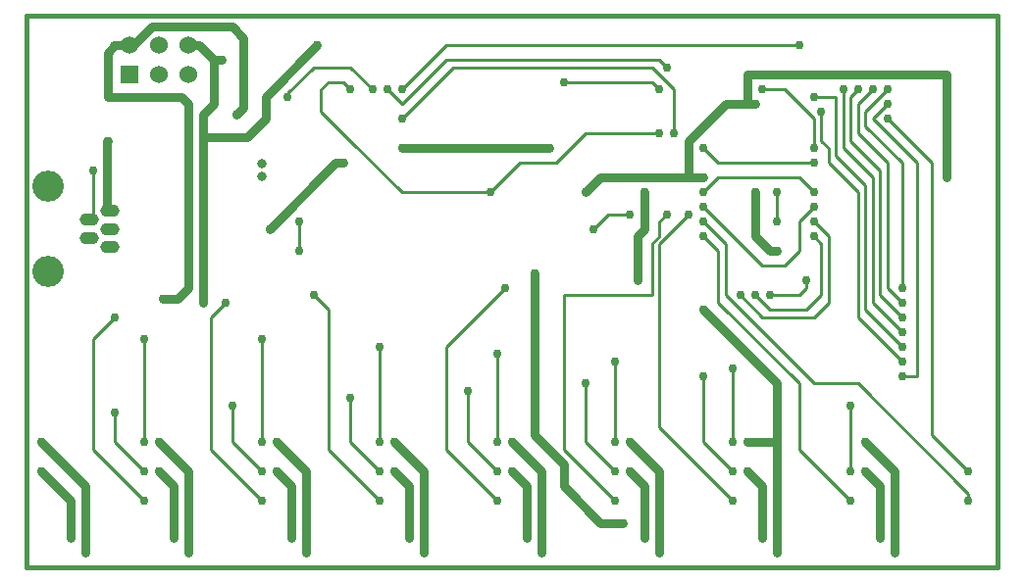
<source format=gbl>
G04 (created by PCBNEW-RS274X (2010-03-14)-final) date Tue 28 Sep 2010 03:27:07 PM CDT*
G01*
G70*
G90*
%MOIN*%
G04 Gerber Fmt 3.4, Leading zero omitted, Abs format*
%FSLAX34Y34*%
G04 APERTURE LIST*
%ADD10C,0.001000*%
%ADD11C,0.015000*%
%ADD12C,0.031500*%
%ADD13R,0.060000X0.060000*%
%ADD14C,0.060000*%
%ADD15O,0.106300X0.106300*%
%ADD16O,0.065000X0.043300*%
%ADD17C,0.030000*%
%ADD18C,0.010000*%
%ADD19C,0.030000*%
G04 APERTURE END LIST*
G54D10*
G54D11*
X44000Y-50750D02*
X77000Y-50750D01*
X77000Y-32000D02*
X44000Y-32000D01*
X44000Y-50750D02*
X44000Y-32000D01*
X77000Y-50750D02*
X77000Y-32000D01*
G54D12*
X52000Y-37033D03*
X52000Y-37467D03*
G54D13*
X47500Y-34000D03*
G54D14*
X47500Y-33000D03*
X48500Y-34000D03*
X48500Y-33000D03*
X49500Y-34000D03*
X49500Y-33000D03*
G54D15*
X44734Y-37813D03*
G54D16*
X46142Y-38935D03*
X46142Y-39565D03*
X46830Y-39880D03*
X46830Y-39250D03*
X46830Y-38620D03*
G54D15*
X44734Y-40687D03*
G54D17*
X70250Y-33000D03*
X56750Y-34500D03*
X65750Y-33750D03*
X56250Y-34500D03*
X70750Y-38000D03*
X67000Y-38000D03*
X56750Y-35500D03*
X66000Y-36000D03*
X55750Y-34500D03*
X52875Y-34750D03*
X67000Y-38500D03*
X70750Y-38500D03*
X65500Y-36000D03*
X55000Y-34500D03*
X59750Y-38000D03*
X61250Y-40750D03*
X64250Y-49250D03*
X73000Y-49750D03*
X72500Y-47500D03*
X69000Y-49750D03*
X68500Y-47500D03*
X65000Y-49750D03*
X64500Y-47500D03*
X61000Y-49750D03*
X60500Y-47500D03*
X57000Y-49750D03*
X56500Y-47500D03*
X53000Y-49750D03*
X52500Y-47500D03*
X49000Y-49750D03*
X48500Y-47500D03*
X45500Y-49750D03*
X44500Y-47500D03*
X68500Y-46500D03*
X67000Y-42000D03*
X73500Y-50250D03*
X72500Y-46500D03*
X69500Y-50250D03*
X65500Y-50250D03*
X64500Y-46500D03*
X61500Y-50250D03*
X60500Y-46500D03*
X57500Y-50250D03*
X56500Y-46500D03*
X53500Y-50250D03*
X52500Y-46500D03*
X49500Y-50250D03*
X48500Y-46500D03*
X44500Y-46500D03*
X46000Y-50250D03*
X50000Y-37750D03*
X68750Y-38000D03*
X69500Y-40000D03*
X64750Y-41000D03*
X65000Y-38000D03*
X53875Y-33000D03*
X50625Y-33500D03*
X54750Y-37000D03*
X52250Y-39250D03*
X50000Y-41750D03*
X46250Y-37250D03*
X53250Y-39000D03*
X53250Y-40000D03*
X46750Y-36250D03*
X64000Y-48500D03*
X65750Y-38750D03*
X70750Y-39500D03*
X68750Y-41500D03*
X52000Y-46500D03*
X52000Y-43000D03*
X60000Y-46500D03*
X60000Y-43500D03*
X68000Y-44000D03*
X68000Y-46500D03*
X64000Y-46500D03*
X64000Y-43750D03*
X70500Y-41000D03*
X69250Y-41500D03*
X56000Y-46500D03*
X56000Y-43250D03*
X70750Y-39000D03*
X68250Y-41500D03*
X48000Y-46500D03*
X48000Y-43000D03*
X60250Y-41250D03*
X60000Y-48500D03*
X53750Y-41500D03*
X56000Y-48500D03*
X50750Y-41750D03*
X52000Y-48500D03*
X48000Y-48500D03*
X47000Y-42250D03*
X63250Y-39250D03*
X64500Y-38750D03*
X62250Y-34250D03*
X65500Y-34500D03*
X67000Y-36500D03*
X70750Y-37000D03*
X70750Y-36500D03*
X69000Y-34500D03*
X68000Y-47500D03*
X67000Y-44250D03*
X73250Y-34500D03*
X73750Y-41250D03*
X64000Y-47500D03*
X63000Y-44500D03*
X73750Y-41750D03*
X72750Y-34500D03*
X67000Y-39500D03*
X72000Y-48500D03*
X76000Y-48500D03*
X67000Y-39000D03*
X68000Y-48500D03*
X66500Y-38750D03*
X69500Y-38000D03*
X69500Y-39000D03*
X48000Y-47500D03*
X47000Y-45500D03*
X71000Y-35250D03*
X73750Y-43750D03*
X70750Y-34750D03*
X73750Y-43250D03*
X51000Y-45250D03*
X52000Y-47500D03*
X60000Y-47500D03*
X59000Y-44750D03*
X73750Y-42250D03*
X72250Y-34500D03*
X71750Y-34500D03*
X73750Y-42750D03*
X56000Y-47500D03*
X55000Y-45000D03*
X73250Y-35000D03*
X72000Y-45250D03*
X72000Y-47500D03*
X73750Y-44250D03*
X73250Y-35500D03*
X76000Y-47500D03*
X49500Y-35000D03*
X75250Y-37500D03*
X68750Y-35000D03*
X63000Y-38000D03*
X67000Y-37500D03*
X61750Y-36500D03*
X49500Y-39000D03*
X48625Y-41625D03*
X58750Y-36500D03*
X56750Y-36500D03*
X59750Y-36500D03*
X57750Y-36500D03*
X51375Y-32750D03*
X51125Y-35375D03*
G54D18*
X58250Y-33000D02*
X56750Y-34500D01*
X70250Y-33000D02*
X62250Y-33000D01*
X62250Y-33000D02*
X58250Y-33000D01*
X65500Y-33500D02*
X58250Y-33500D01*
X65750Y-33750D02*
X65500Y-33500D01*
X58250Y-33500D02*
X56750Y-35000D01*
X56750Y-35000D02*
X56250Y-34500D01*
X70750Y-38000D02*
X70250Y-37500D01*
X67500Y-37500D02*
X67000Y-38000D01*
X70250Y-37500D02*
X67500Y-37500D01*
X66000Y-34500D02*
X66000Y-36000D01*
X58500Y-33750D02*
X65250Y-33750D01*
X56750Y-35500D02*
X58500Y-33750D01*
X66000Y-34500D02*
X65250Y-33750D01*
X52875Y-34750D02*
X52875Y-34625D01*
X55000Y-33750D02*
X55750Y-34500D01*
X53750Y-33750D02*
X55000Y-33750D01*
X52875Y-34625D02*
X53750Y-33750D01*
X67500Y-39000D02*
X69000Y-40500D01*
X70250Y-39000D02*
X70750Y-38500D01*
X67500Y-39000D02*
X67000Y-38500D01*
X70250Y-40000D02*
X70250Y-39000D01*
X69750Y-40500D02*
X70250Y-40000D01*
X69000Y-40500D02*
X69750Y-40500D01*
X60750Y-37000D02*
X62000Y-37000D01*
X60750Y-37000D02*
X59750Y-38000D01*
X63000Y-36000D02*
X65500Y-36000D01*
X62000Y-37000D02*
X63000Y-36000D01*
X55000Y-36250D02*
X54000Y-35250D01*
X55000Y-36250D02*
X56750Y-38000D01*
X56750Y-38000D02*
X59750Y-38000D01*
X54750Y-34250D02*
X55000Y-34500D01*
X54250Y-34250D02*
X54750Y-34250D01*
X54000Y-34500D02*
X54250Y-34250D01*
X54000Y-35250D02*
X54000Y-34500D01*
G54D19*
X64250Y-49250D02*
X63500Y-49250D01*
X62250Y-47500D02*
X62250Y-48000D01*
X62250Y-48000D02*
X63500Y-49250D01*
X62250Y-47250D02*
X62250Y-47500D01*
X61250Y-46250D02*
X62250Y-47250D01*
X61250Y-40750D02*
X61250Y-46250D01*
X73000Y-49750D02*
X73000Y-48000D01*
X72500Y-47500D02*
X73000Y-48000D01*
X69000Y-48000D02*
X69000Y-49750D01*
X68500Y-47500D02*
X69000Y-48000D01*
X65000Y-48000D02*
X65000Y-49750D01*
X64500Y-47500D02*
X65000Y-48000D01*
X61000Y-48000D02*
X61000Y-49750D01*
X60500Y-47500D02*
X61000Y-48000D01*
X57000Y-48000D02*
X57000Y-49750D01*
X56500Y-47500D02*
X57000Y-48000D01*
X53000Y-48000D02*
X53000Y-49750D01*
X52500Y-47500D02*
X53000Y-48000D01*
X49000Y-48000D02*
X49000Y-49750D01*
X48500Y-47500D02*
X49000Y-48000D01*
X45500Y-48500D02*
X45500Y-49750D01*
X44500Y-47500D02*
X45500Y-48500D01*
X69500Y-46500D02*
X68500Y-46500D01*
X69500Y-44500D02*
X69500Y-46500D01*
X69500Y-46500D02*
X69500Y-47500D01*
X67000Y-42000D02*
X69500Y-44500D01*
X73500Y-47500D02*
X73500Y-50250D01*
X72500Y-46500D02*
X73500Y-47500D01*
X69500Y-47500D02*
X69500Y-50250D01*
X65500Y-47500D02*
X65500Y-50250D01*
X64500Y-46500D02*
X65500Y-47500D01*
X61500Y-47500D02*
X61500Y-50250D01*
X60500Y-46500D02*
X61500Y-47500D01*
X57500Y-47500D02*
X57500Y-50250D01*
X56500Y-46500D02*
X57500Y-47500D01*
X53500Y-47500D02*
X53500Y-50250D01*
X52500Y-46500D02*
X53500Y-47500D01*
X49500Y-47500D02*
X49500Y-50250D01*
X48500Y-46500D02*
X49500Y-47500D01*
X44500Y-46500D02*
X46000Y-48000D01*
X46000Y-48000D02*
X46000Y-50250D01*
X68750Y-38000D02*
X68750Y-39500D01*
X69250Y-40000D02*
X69500Y-40000D01*
X68750Y-39500D02*
X69250Y-40000D01*
X64750Y-41000D02*
X64750Y-39500D01*
X65000Y-39250D02*
X65000Y-38000D01*
X64750Y-39500D02*
X65000Y-39250D01*
X51500Y-36125D02*
X50000Y-36125D01*
X52125Y-35500D02*
X51500Y-36125D01*
X52125Y-34750D02*
X52125Y-35500D01*
X53875Y-33000D02*
X52125Y-34750D01*
X50375Y-33500D02*
X50625Y-33500D01*
X50375Y-33750D02*
X50375Y-35000D01*
X50375Y-33750D02*
X50375Y-33500D01*
X50375Y-35000D02*
X50000Y-35375D01*
X50000Y-35375D02*
X50000Y-36125D01*
X50000Y-36125D02*
X50000Y-37750D01*
X49875Y-33000D02*
X49500Y-33000D01*
X50375Y-33500D02*
X49875Y-33000D01*
X52250Y-39250D02*
X54500Y-37000D01*
X54500Y-37000D02*
X54750Y-37000D01*
X50000Y-41750D02*
X50000Y-39500D01*
X50000Y-39500D02*
X50000Y-37750D01*
G54D18*
X46250Y-37250D02*
X46250Y-38935D01*
X53250Y-39000D02*
X53250Y-40000D01*
G54D19*
X46722Y-38620D02*
X46722Y-36278D01*
X46722Y-36278D02*
X46750Y-36250D01*
G54D18*
X62250Y-46750D02*
X62250Y-41500D01*
X64000Y-48500D02*
X62250Y-46750D01*
X65250Y-41500D02*
X62250Y-41500D01*
X65250Y-39750D02*
X65250Y-41500D01*
X65500Y-39500D02*
X65250Y-39750D01*
X65500Y-39000D02*
X65500Y-39500D01*
X65750Y-38750D02*
X65500Y-39000D01*
X52000Y-46500D02*
X52000Y-43000D01*
X70750Y-39500D02*
X71000Y-39750D01*
X71000Y-41500D02*
X70500Y-42000D01*
X70500Y-42000D02*
X69250Y-42000D01*
X69250Y-42000D02*
X68750Y-41500D01*
X71000Y-39750D02*
X71000Y-41500D01*
X60000Y-46500D02*
X60000Y-43500D01*
X68000Y-46500D02*
X68000Y-44000D01*
X64000Y-46500D02*
X64000Y-43750D01*
X56000Y-43250D02*
X56000Y-46500D01*
X70500Y-41250D02*
X70250Y-41500D01*
X70250Y-41500D02*
X69250Y-41500D01*
X70500Y-41000D02*
X70500Y-41250D01*
X48000Y-43000D02*
X48000Y-46500D01*
X71250Y-39500D02*
X70750Y-39000D01*
X68250Y-41500D02*
X69000Y-42250D01*
X69000Y-42250D02*
X70750Y-42250D01*
X70750Y-42250D02*
X71250Y-41750D01*
X71250Y-39500D02*
X71250Y-41750D01*
X58250Y-46750D02*
X58250Y-43250D01*
X60250Y-41250D02*
X58250Y-43250D01*
X58250Y-46750D02*
X60000Y-48500D01*
X54250Y-46750D02*
X54250Y-42250D01*
X53750Y-41500D02*
X54250Y-42000D01*
X54250Y-46750D02*
X56000Y-48500D01*
X54250Y-42250D02*
X54250Y-42000D01*
X50250Y-42250D02*
X50250Y-46750D01*
X50750Y-41750D02*
X50250Y-42250D01*
X50250Y-46750D02*
X52000Y-48500D01*
X46250Y-43000D02*
X46250Y-46750D01*
X46250Y-46750D02*
X48000Y-48500D01*
X47000Y-42250D02*
X46250Y-43000D01*
X63750Y-38750D02*
X64500Y-38750D01*
X63250Y-39250D02*
X63750Y-38750D01*
X62250Y-34250D02*
X65250Y-34250D01*
X65250Y-34250D02*
X65500Y-34500D01*
X67500Y-37000D02*
X67000Y-36500D01*
X70750Y-37000D02*
X67500Y-37000D01*
X69750Y-34500D02*
X70750Y-35500D01*
X70750Y-35500D02*
X70750Y-36500D01*
X69000Y-34500D02*
X69750Y-34500D01*
X67000Y-46500D02*
X67000Y-44250D01*
X68000Y-47500D02*
X67000Y-46500D01*
X72750Y-35000D02*
X72500Y-35250D01*
X72750Y-35000D02*
X73250Y-34500D01*
X72500Y-35250D02*
X72500Y-35750D01*
X73750Y-37000D02*
X73750Y-37250D01*
X73750Y-37250D02*
X73750Y-41250D01*
X72500Y-35750D02*
X73750Y-37000D01*
X63000Y-46500D02*
X63000Y-44500D01*
X64000Y-47500D02*
X63000Y-46500D01*
X72250Y-35000D02*
X72250Y-36000D01*
X72250Y-36000D02*
X73250Y-37000D01*
X73250Y-37250D02*
X73250Y-41250D01*
X73250Y-41250D02*
X73750Y-41750D01*
X73250Y-37000D02*
X73250Y-37250D01*
X72750Y-34500D02*
X72250Y-35000D01*
X67500Y-40000D02*
X67000Y-39500D01*
X67500Y-41750D02*
X67500Y-40000D01*
X70250Y-44500D02*
X67500Y-41750D01*
X70250Y-46750D02*
X70250Y-44500D01*
X72000Y-48500D02*
X70250Y-46750D01*
X76000Y-48250D02*
X76000Y-48500D01*
X72250Y-44500D02*
X76000Y-48250D01*
X70750Y-44500D02*
X72250Y-44500D01*
X67750Y-41500D02*
X70750Y-44500D01*
X67750Y-39750D02*
X67750Y-41500D01*
X67000Y-39000D02*
X67750Y-39750D01*
X65500Y-46000D02*
X68000Y-48500D01*
X66500Y-38750D02*
X65500Y-39750D01*
X65500Y-39750D02*
X65500Y-46000D01*
X69500Y-39000D02*
X69500Y-38000D01*
X47000Y-46500D02*
X47000Y-45500D01*
X48000Y-47500D02*
X47000Y-46500D01*
X71250Y-37000D02*
X72250Y-38000D01*
X71000Y-35250D02*
X71000Y-36250D01*
X71000Y-36250D02*
X71250Y-36500D01*
X71250Y-36500D02*
X71250Y-37000D01*
X72250Y-42250D02*
X73750Y-43750D01*
X72250Y-38000D02*
X72250Y-42250D01*
X51000Y-46500D02*
X51000Y-45250D01*
X71250Y-34750D02*
X71500Y-34750D01*
X70750Y-34750D02*
X71250Y-34750D01*
X72500Y-42000D02*
X73750Y-43250D01*
X72500Y-37750D02*
X72500Y-42000D01*
X71500Y-36750D02*
X72500Y-37750D01*
X71500Y-34750D02*
X71500Y-36750D01*
X52000Y-47500D02*
X51000Y-46500D01*
X59000Y-46500D02*
X59000Y-44750D01*
X60000Y-47500D02*
X59000Y-46500D01*
X72000Y-34750D02*
X72000Y-36250D01*
X72000Y-36250D02*
X73000Y-37250D01*
X73000Y-41500D02*
X73750Y-42250D01*
X73000Y-37500D02*
X73000Y-41500D01*
X73000Y-37250D02*
X73000Y-37500D01*
X72250Y-34500D02*
X72000Y-34750D01*
X55000Y-46500D02*
X55000Y-45000D01*
X72750Y-37500D02*
X72750Y-37750D01*
X72750Y-37750D02*
X72750Y-41750D01*
X72750Y-41750D02*
X73750Y-42750D01*
X71750Y-36500D02*
X72750Y-37500D01*
X71750Y-34500D02*
X71750Y-36500D01*
X55000Y-46500D02*
X56000Y-47500D01*
X74250Y-44250D02*
X73750Y-44250D01*
X72750Y-35500D02*
X73250Y-35000D01*
X72750Y-35500D02*
X74250Y-37000D01*
X74250Y-37000D02*
X74250Y-44250D01*
X72000Y-45250D02*
X72000Y-47500D01*
X74750Y-46250D02*
X74750Y-37000D01*
X73250Y-35500D02*
X74750Y-37000D01*
X74750Y-46250D02*
X76000Y-47500D01*
G54D19*
X47000Y-33000D02*
X46750Y-33250D01*
X46750Y-33250D02*
X46750Y-34750D01*
X49500Y-39000D02*
X49500Y-35000D01*
X49500Y-35000D02*
X49250Y-34750D01*
X49250Y-34750D02*
X46750Y-34750D01*
X68500Y-35000D02*
X68500Y-34000D01*
X75250Y-34000D02*
X75250Y-37500D01*
X68500Y-34000D02*
X75250Y-34000D01*
X68750Y-35000D02*
X68500Y-35000D01*
X68500Y-35000D02*
X67750Y-35000D01*
X66500Y-36250D02*
X66500Y-37500D01*
X67750Y-35000D02*
X66500Y-36250D01*
X63500Y-37500D02*
X63000Y-38000D01*
X67000Y-37500D02*
X66500Y-37500D01*
X66500Y-37500D02*
X63500Y-37500D01*
X61750Y-36500D02*
X59750Y-36500D01*
X49125Y-41625D02*
X49500Y-41250D01*
X48625Y-41625D02*
X49125Y-41625D01*
X49500Y-41250D02*
X49500Y-39000D01*
X57750Y-36500D02*
X56750Y-36500D01*
X59750Y-36500D02*
X58750Y-36500D01*
X58750Y-36500D02*
X57750Y-36500D01*
X50875Y-32375D02*
X51000Y-32375D01*
X47625Y-33000D02*
X48250Y-32375D01*
X48250Y-32375D02*
X50875Y-32375D01*
X47500Y-33000D02*
X47625Y-33000D01*
X51000Y-32375D02*
X51375Y-32750D01*
X51375Y-32750D02*
X51375Y-32875D01*
X51125Y-35375D02*
X51375Y-35125D01*
X51375Y-35125D02*
X51375Y-32875D01*
X46956Y-33000D02*
X47000Y-33000D01*
X47000Y-33000D02*
X47500Y-33000D01*
M02*

</source>
